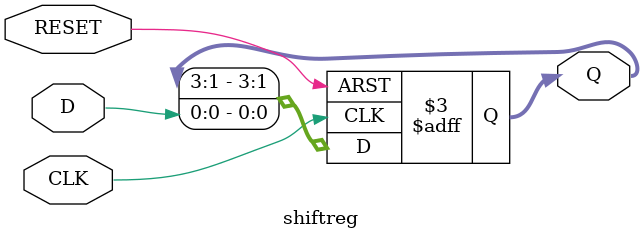
<source format=v>
module shiftreg(D,Q,RESET,CLK) ;
// serial-in parallel-out shift register with reset
parameter	LENGTH = 4;
input			D, RESET, CLK;
output 	[LENGTH:1]	Q;
reg	Q;
always @ (posedge CLK or posedge RESET)
	if(RESET==1)	Q = 0;
	else		Q = {Q[LENGTH-1:1],D};
endmodule

</source>
